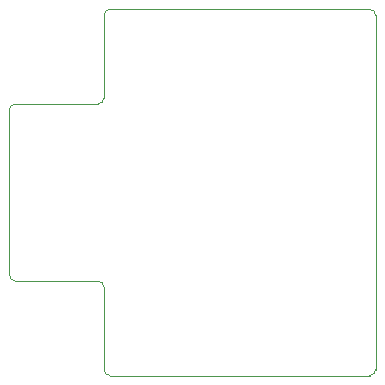
<source format=gbr>
G04 #@! TF.GenerationSoftware,KiCad,Pcbnew,(5.1.5)-3*
G04 #@! TF.CreationDate,2020-11-27T19:53:37+01:00*
G04 #@! TF.ProjectId,nRF52832-toyboard,6e524635-3238-4333-922d-746f79626f61,rev?*
G04 #@! TF.SameCoordinates,Original*
G04 #@! TF.FileFunction,Profile,NP*
%FSLAX46Y46*%
G04 Gerber Fmt 4.6, Leading zero omitted, Abs format (unit mm)*
G04 Created by KiCad (PCBNEW (5.1.5)-3) date 2020-11-27 19:53:37*
%MOMM*%
%LPD*%
G04 APERTURE LIST*
%ADD10C,0.050000*%
G04 APERTURE END LIST*
D10*
X125000000Y-92500000D02*
X132000000Y-92500000D01*
X124500000Y-93000000D02*
G75*
G02X125000000Y-92500000I500000J0D01*
G01*
X132500000Y-92000000D02*
X132500000Y-85000000D01*
X132500000Y-92000000D02*
G75*
G02X132000000Y-92500000I-500000J0D01*
G01*
X132500000Y-85000000D02*
G75*
G02X133000000Y-84500000I500000J0D01*
G01*
X125000000Y-107500000D02*
X132000000Y-107500000D01*
X125000000Y-107500000D02*
G75*
G02X124500000Y-107000000I0J500000D01*
G01*
X132500000Y-115000000D02*
X132500000Y-108000000D01*
X132000000Y-107500000D02*
G75*
G02X132500000Y-108000000I0J-500000D01*
G01*
X155000000Y-84500000D02*
G75*
G02X155500000Y-85000000I0J-500000D01*
G01*
X155500000Y-115000000D02*
G75*
G02X155000000Y-115500000I-500000J0D01*
G01*
X133000000Y-115500000D02*
G75*
G02X132500000Y-115000000I0J500000D01*
G01*
X155000000Y-84500000D02*
X133000000Y-84500000D01*
X155500000Y-115000000D02*
X155500000Y-85000000D01*
X133000000Y-115500000D02*
X155000000Y-115500000D01*
X124500000Y-93000000D02*
X124500000Y-107000000D01*
M02*

</source>
